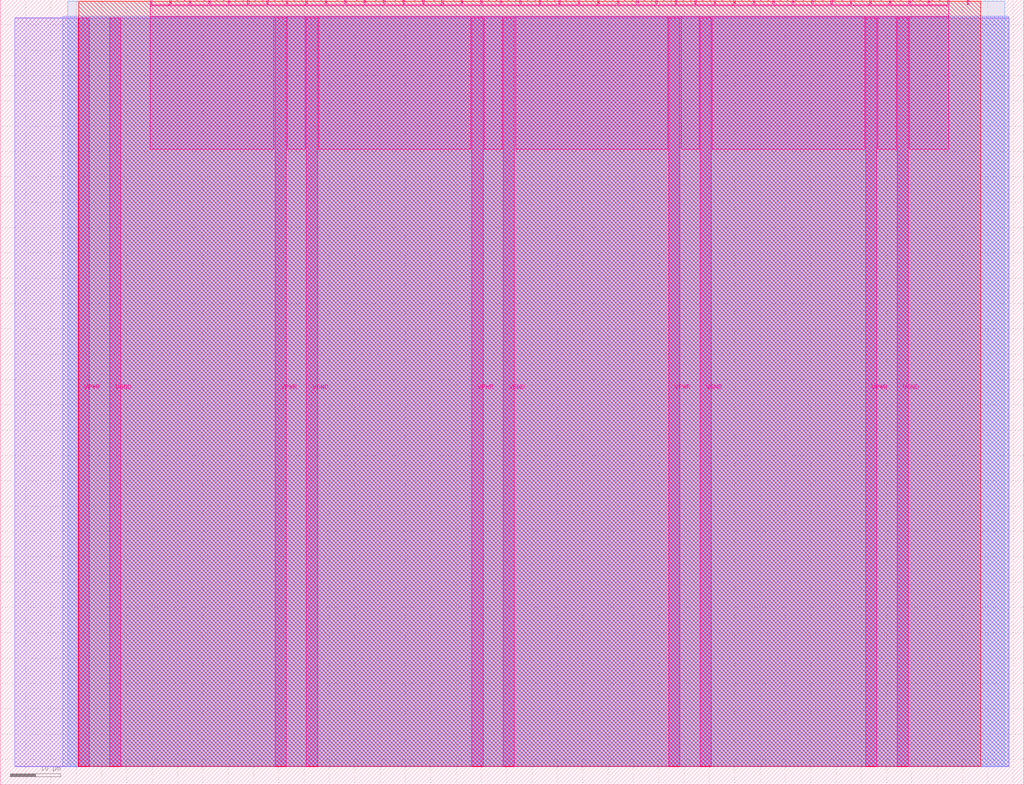
<source format=lef>
VERSION 5.7 ;
  NOWIREEXTENSIONATPIN ON ;
  DIVIDERCHAR "/" ;
  BUSBITCHARS "[]" ;
MACRO tt_um_crispy_vga
  CLASS BLOCK ;
  FOREIGN tt_um_crispy_vga ;
  ORIGIN 0.000 0.000 ;
  SIZE 202.080 BY 154.980 ;
  PIN VGND
    DIRECTION INOUT ;
    USE GROUND ;
    PORT
      LAYER Metal5 ;
        RECT 21.580 3.560 23.780 151.420 ;
    END
    PORT
      LAYER Metal5 ;
        RECT 60.450 3.560 62.650 151.420 ;
    END
    PORT
      LAYER Metal5 ;
        RECT 99.320 3.560 101.520 151.420 ;
    END
    PORT
      LAYER Metal5 ;
        RECT 138.190 3.560 140.390 151.420 ;
    END
    PORT
      LAYER Metal5 ;
        RECT 177.060 3.560 179.260 151.420 ;
    END
  END VGND
  PIN VPWR
    DIRECTION INOUT ;
    USE POWER ;
    PORT
      LAYER Metal5 ;
        RECT 15.380 3.560 17.580 151.420 ;
    END
    PORT
      LAYER Metal5 ;
        RECT 54.250 3.560 56.450 151.420 ;
    END
    PORT
      LAYER Metal5 ;
        RECT 93.120 3.560 95.320 151.420 ;
    END
    PORT
      LAYER Metal5 ;
        RECT 131.990 3.560 134.190 151.420 ;
    END
    PORT
      LAYER Metal5 ;
        RECT 170.860 3.560 173.060 151.420 ;
    END
  END VPWR
  PIN clk
    DIRECTION INPUT ;
    USE SIGNAL ;
    ANTENNAGATEAREA 0.213200 ;
    PORT
      LAYER Metal5 ;
        RECT 187.050 153.980 187.350 154.980 ;
    END
  END clk
  PIN ena
    DIRECTION INPUT ;
    USE SIGNAL ;
    PORT
      LAYER Metal5 ;
        RECT 190.890 153.980 191.190 154.980 ;
    END
  END ena
  PIN rst_n
    DIRECTION INPUT ;
    USE SIGNAL ;
    ANTENNAGATEAREA 0.213200 ;
    PORT
      LAYER Metal5 ;
        RECT 183.210 153.980 183.510 154.980 ;
    END
  END rst_n
  PIN ui_in[0]
    DIRECTION INPUT ;
    USE SIGNAL ;
    ANTENNAGATEAREA 0.180700 ;
    PORT
      LAYER Metal5 ;
        RECT 179.370 153.980 179.670 154.980 ;
    END
  END ui_in[0]
  PIN ui_in[1]
    DIRECTION INPUT ;
    USE SIGNAL ;
    ANTENNAGATEAREA 0.180700 ;
    PORT
      LAYER Metal5 ;
        RECT 175.530 153.980 175.830 154.980 ;
    END
  END ui_in[1]
  PIN ui_in[2]
    DIRECTION INPUT ;
    USE SIGNAL ;
    ANTENNAGATEAREA 0.180700 ;
    PORT
      LAYER Metal5 ;
        RECT 171.690 153.980 171.990 154.980 ;
    END
  END ui_in[2]
  PIN ui_in[3]
    DIRECTION INPUT ;
    USE SIGNAL ;
    ANTENNAGATEAREA 0.180700 ;
    PORT
      LAYER Metal5 ;
        RECT 167.850 153.980 168.150 154.980 ;
    END
  END ui_in[3]
  PIN ui_in[4]
    DIRECTION INPUT ;
    USE SIGNAL ;
    ANTENNAGATEAREA 0.180700 ;
    PORT
      LAYER Metal5 ;
        RECT 164.010 153.980 164.310 154.980 ;
    END
  END ui_in[4]
  PIN ui_in[5]
    DIRECTION INPUT ;
    USE SIGNAL ;
    ANTENNAGATEAREA 0.180700 ;
    PORT
      LAYER Metal5 ;
        RECT 160.170 153.980 160.470 154.980 ;
    END
  END ui_in[5]
  PIN ui_in[6]
    DIRECTION INPUT ;
    USE SIGNAL ;
    ANTENNAGATEAREA 0.180700 ;
    PORT
      LAYER Metal5 ;
        RECT 156.330 153.980 156.630 154.980 ;
    END
  END ui_in[6]
  PIN ui_in[7]
    DIRECTION INPUT ;
    USE SIGNAL ;
    ANTENNAGATEAREA 0.180700 ;
    PORT
      LAYER Metal5 ;
        RECT 152.490 153.980 152.790 154.980 ;
    END
  END ui_in[7]
  PIN uio_in[0]
    DIRECTION INPUT ;
    USE SIGNAL ;
    ANTENNAGATEAREA 0.180700 ;
    PORT
      LAYER Metal5 ;
        RECT 148.650 153.980 148.950 154.980 ;
    END
  END uio_in[0]
  PIN uio_in[1]
    DIRECTION INPUT ;
    USE SIGNAL ;
    ANTENNAGATEAREA 0.180700 ;
    PORT
      LAYER Metal5 ;
        RECT 144.810 153.980 145.110 154.980 ;
    END
  END uio_in[1]
  PIN uio_in[2]
    DIRECTION INPUT ;
    USE SIGNAL ;
    ANTENNAGATEAREA 0.180700 ;
    PORT
      LAYER Metal5 ;
        RECT 140.970 153.980 141.270 154.980 ;
    END
  END uio_in[2]
  PIN uio_in[3]
    DIRECTION INPUT ;
    USE SIGNAL ;
    ANTENNAGATEAREA 0.180700 ;
    PORT
      LAYER Metal5 ;
        RECT 137.130 153.980 137.430 154.980 ;
    END
  END uio_in[3]
  PIN uio_in[4]
    DIRECTION INPUT ;
    USE SIGNAL ;
    ANTENNAGATEAREA 0.180700 ;
    PORT
      LAYER Metal5 ;
        RECT 133.290 153.980 133.590 154.980 ;
    END
  END uio_in[4]
  PIN uio_in[5]
    DIRECTION INPUT ;
    USE SIGNAL ;
    ANTENNAGATEAREA 0.213200 ;
    PORT
      LAYER Metal5 ;
        RECT 129.450 153.980 129.750 154.980 ;
    END
  END uio_in[5]
  PIN uio_in[6]
    DIRECTION INPUT ;
    USE SIGNAL ;
    ANTENNAGATEAREA 0.180700 ;
    PORT
      LAYER Metal5 ;
        RECT 125.610 153.980 125.910 154.980 ;
    END
  END uio_in[6]
  PIN uio_in[7]
    DIRECTION INPUT ;
    USE SIGNAL ;
    PORT
      LAYER Metal5 ;
        RECT 121.770 153.980 122.070 154.980 ;
    END
  END uio_in[7]
  PIN uio_oe[0]
    DIRECTION OUTPUT ;
    USE SIGNAL ;
    ANTENNADIFFAREA 0.299200 ;
    PORT
      LAYER Metal5 ;
        RECT 56.490 153.980 56.790 154.980 ;
    END
  END uio_oe[0]
  PIN uio_oe[1]
    DIRECTION OUTPUT ;
    USE SIGNAL ;
    ANTENNADIFFAREA 0.299200 ;
    PORT
      LAYER Metal5 ;
        RECT 52.650 153.980 52.950 154.980 ;
    END
  END uio_oe[1]
  PIN uio_oe[2]
    DIRECTION OUTPUT ;
    USE SIGNAL ;
    ANTENNADIFFAREA 0.299200 ;
    PORT
      LAYER Metal5 ;
        RECT 48.810 153.980 49.110 154.980 ;
    END
  END uio_oe[2]
  PIN uio_oe[3]
    DIRECTION OUTPUT ;
    USE SIGNAL ;
    ANTENNADIFFAREA 0.299200 ;
    PORT
      LAYER Metal5 ;
        RECT 44.970 153.980 45.270 154.980 ;
    END
  END uio_oe[3]
  PIN uio_oe[4]
    DIRECTION OUTPUT ;
    USE SIGNAL ;
    ANTENNADIFFAREA 0.299200 ;
    PORT
      LAYER Metal5 ;
        RECT 41.130 153.980 41.430 154.980 ;
    END
  END uio_oe[4]
  PIN uio_oe[5]
    DIRECTION OUTPUT ;
    USE SIGNAL ;
    ANTENNADIFFAREA 0.299200 ;
    PORT
      LAYER Metal5 ;
        RECT 37.290 153.980 37.590 154.980 ;
    END
  END uio_oe[5]
  PIN uio_oe[6]
    DIRECTION OUTPUT ;
    USE SIGNAL ;
    ANTENNADIFFAREA 0.299200 ;
    PORT
      LAYER Metal5 ;
        RECT 33.450 153.980 33.750 154.980 ;
    END
  END uio_oe[6]
  PIN uio_oe[7]
    DIRECTION OUTPUT ;
    USE SIGNAL ;
    ANTENNADIFFAREA 0.392700 ;
    PORT
      LAYER Metal5 ;
        RECT 29.610 153.980 29.910 154.980 ;
    END
  END uio_oe[7]
  PIN uio_out[0]
    DIRECTION OUTPUT ;
    USE SIGNAL ;
    ANTENNADIFFAREA 0.299200 ;
    PORT
      LAYER Metal5 ;
        RECT 87.210 153.980 87.510 154.980 ;
    END
  END uio_out[0]
  PIN uio_out[1]
    DIRECTION OUTPUT ;
    USE SIGNAL ;
    ANTENNADIFFAREA 0.299200 ;
    PORT
      LAYER Metal5 ;
        RECT 83.370 153.980 83.670 154.980 ;
    END
  END uio_out[1]
  PIN uio_out[2]
    DIRECTION OUTPUT ;
    USE SIGNAL ;
    ANTENNADIFFAREA 0.299200 ;
    PORT
      LAYER Metal5 ;
        RECT 79.530 153.980 79.830 154.980 ;
    END
  END uio_out[2]
  PIN uio_out[3]
    DIRECTION OUTPUT ;
    USE SIGNAL ;
    ANTENNADIFFAREA 0.299200 ;
    PORT
      LAYER Metal5 ;
        RECT 75.690 153.980 75.990 154.980 ;
    END
  END uio_out[3]
  PIN uio_out[4]
    DIRECTION OUTPUT ;
    USE SIGNAL ;
    ANTENNADIFFAREA 0.299200 ;
    PORT
      LAYER Metal5 ;
        RECT 71.850 153.980 72.150 154.980 ;
    END
  END uio_out[4]
  PIN uio_out[5]
    DIRECTION OUTPUT ;
    USE SIGNAL ;
    ANTENNADIFFAREA 0.299200 ;
    PORT
      LAYER Metal5 ;
        RECT 68.010 153.980 68.310 154.980 ;
    END
  END uio_out[5]
  PIN uio_out[6]
    DIRECTION OUTPUT ;
    USE SIGNAL ;
    ANTENNADIFFAREA 0.299200 ;
    PORT
      LAYER Metal5 ;
        RECT 64.170 153.980 64.470 154.980 ;
    END
  END uio_out[6]
  PIN uio_out[7]
    DIRECTION OUTPUT ;
    USE SIGNAL ;
    ANTENNADIFFAREA 0.733200 ;
    PORT
      LAYER Metal5 ;
        RECT 60.330 153.980 60.630 154.980 ;
    END
  END uio_out[7]
  PIN uo_out[0]
    DIRECTION OUTPUT ;
    USE SIGNAL ;
    ANTENNADIFFAREA 0.733200 ;
    PORT
      LAYER Metal5 ;
        RECT 117.930 153.980 118.230 154.980 ;
    END
  END uo_out[0]
  PIN uo_out[1]
    DIRECTION OUTPUT ;
    USE SIGNAL ;
    ANTENNADIFFAREA 0.733200 ;
    PORT
      LAYER Metal5 ;
        RECT 114.090 153.980 114.390 154.980 ;
    END
  END uo_out[1]
  PIN uo_out[2]
    DIRECTION OUTPUT ;
    USE SIGNAL ;
    ANTENNADIFFAREA 0.733200 ;
    PORT
      LAYER Metal5 ;
        RECT 110.250 153.980 110.550 154.980 ;
    END
  END uo_out[2]
  PIN uo_out[3]
    DIRECTION OUTPUT ;
    USE SIGNAL ;
    ANTENNADIFFAREA 0.733200 ;
    PORT
      LAYER Metal5 ;
        RECT 106.410 153.980 106.710 154.980 ;
    END
  END uo_out[3]
  PIN uo_out[4]
    DIRECTION OUTPUT ;
    USE SIGNAL ;
    ANTENNADIFFAREA 0.733200 ;
    PORT
      LAYER Metal5 ;
        RECT 102.570 153.980 102.870 154.980 ;
    END
  END uo_out[4]
  PIN uo_out[5]
    DIRECTION OUTPUT ;
    USE SIGNAL ;
    ANTENNADIFFAREA 0.733200 ;
    PORT
      LAYER Metal5 ;
        RECT 98.730 153.980 99.030 154.980 ;
    END
  END uo_out[5]
  PIN uo_out[6]
    DIRECTION OUTPUT ;
    USE SIGNAL ;
    ANTENNADIFFAREA 0.733200 ;
    PORT
      LAYER Metal5 ;
        RECT 94.890 153.980 95.190 154.980 ;
    END
  END uo_out[6]
  PIN uo_out[7]
    DIRECTION OUTPUT ;
    USE SIGNAL ;
    ANTENNADIFFAREA 0.733200 ;
    PORT
      LAYER Metal5 ;
        RECT 91.050 153.980 91.350 154.980 ;
    END
  END uo_out[7]
  OBS
      LAYER GatPoly ;
        RECT 2.880 3.630 199.200 151.350 ;
      LAYER Metal1 ;
        RECT 2.880 3.560 199.200 151.420 ;
      LAYER Metal2 ;
        RECT 12.335 3.680 198.995 151.720 ;
      LAYER Metal3 ;
        RECT 13.340 3.635 198.340 154.705 ;
      LAYER Metal4 ;
        RECT 15.515 3.680 193.585 154.660 ;
      LAYER Metal5 ;
        RECT 30.120 153.770 33.240 153.980 ;
        RECT 33.960 153.770 37.080 153.980 ;
        RECT 37.800 153.770 40.920 153.980 ;
        RECT 41.640 153.770 44.760 153.980 ;
        RECT 45.480 153.770 48.600 153.980 ;
        RECT 49.320 153.770 52.440 153.980 ;
        RECT 53.160 153.770 56.280 153.980 ;
        RECT 57.000 153.770 60.120 153.980 ;
        RECT 60.840 153.770 63.960 153.980 ;
        RECT 64.680 153.770 67.800 153.980 ;
        RECT 68.520 153.770 71.640 153.980 ;
        RECT 72.360 153.770 75.480 153.980 ;
        RECT 76.200 153.770 79.320 153.980 ;
        RECT 80.040 153.770 83.160 153.980 ;
        RECT 83.880 153.770 87.000 153.980 ;
        RECT 87.720 153.770 90.840 153.980 ;
        RECT 91.560 153.770 94.680 153.980 ;
        RECT 95.400 153.770 98.520 153.980 ;
        RECT 99.240 153.770 102.360 153.980 ;
        RECT 103.080 153.770 106.200 153.980 ;
        RECT 106.920 153.770 110.040 153.980 ;
        RECT 110.760 153.770 113.880 153.980 ;
        RECT 114.600 153.770 117.720 153.980 ;
        RECT 118.440 153.770 121.560 153.980 ;
        RECT 122.280 153.770 125.400 153.980 ;
        RECT 126.120 153.770 129.240 153.980 ;
        RECT 129.960 153.770 133.080 153.980 ;
        RECT 133.800 153.770 136.920 153.980 ;
        RECT 137.640 153.770 140.760 153.980 ;
        RECT 141.480 153.770 144.600 153.980 ;
        RECT 145.320 153.770 148.440 153.980 ;
        RECT 149.160 153.770 152.280 153.980 ;
        RECT 153.000 153.770 156.120 153.980 ;
        RECT 156.840 153.770 159.960 153.980 ;
        RECT 160.680 153.770 163.800 153.980 ;
        RECT 164.520 153.770 167.640 153.980 ;
        RECT 168.360 153.770 171.480 153.980 ;
        RECT 172.200 153.770 175.320 153.980 ;
        RECT 176.040 153.770 179.160 153.980 ;
        RECT 179.880 153.770 183.000 153.980 ;
        RECT 183.720 153.770 186.840 153.980 ;
        RECT 29.660 151.630 187.300 153.770 ;
        RECT 29.660 125.435 54.040 151.630 ;
        RECT 56.660 125.435 60.240 151.630 ;
        RECT 62.860 125.435 92.910 151.630 ;
        RECT 95.530 125.435 99.110 151.630 ;
        RECT 101.730 125.435 131.780 151.630 ;
        RECT 134.400 125.435 137.980 151.630 ;
        RECT 140.600 125.435 170.650 151.630 ;
        RECT 173.270 125.435 176.850 151.630 ;
        RECT 179.470 125.435 187.300 151.630 ;
  END
END tt_um_crispy_vga
END LIBRARY


</source>
